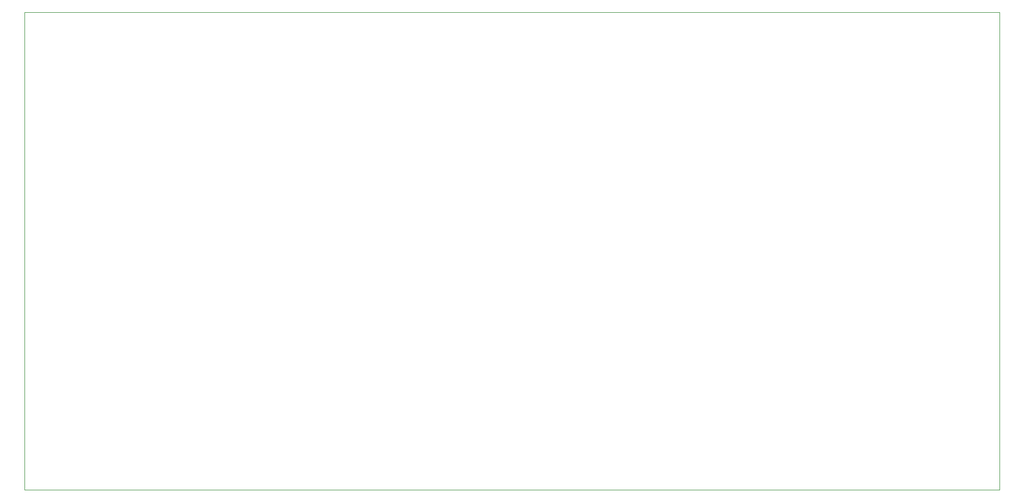
<source format=gko>
G04 Layer_Color=16711935*
%FSLAX44Y44*%
%MOMM*%
G71*
G01*
G75*
%ADD54C,0.1000*%
D54*
X-100000Y-50000D02*
X975000D01*
X-575000D02*
X-100000D01*
X-575000D02*
Y710000D01*
X975000D01*
Y-50000D02*
Y710000D01*
M02*

</source>
